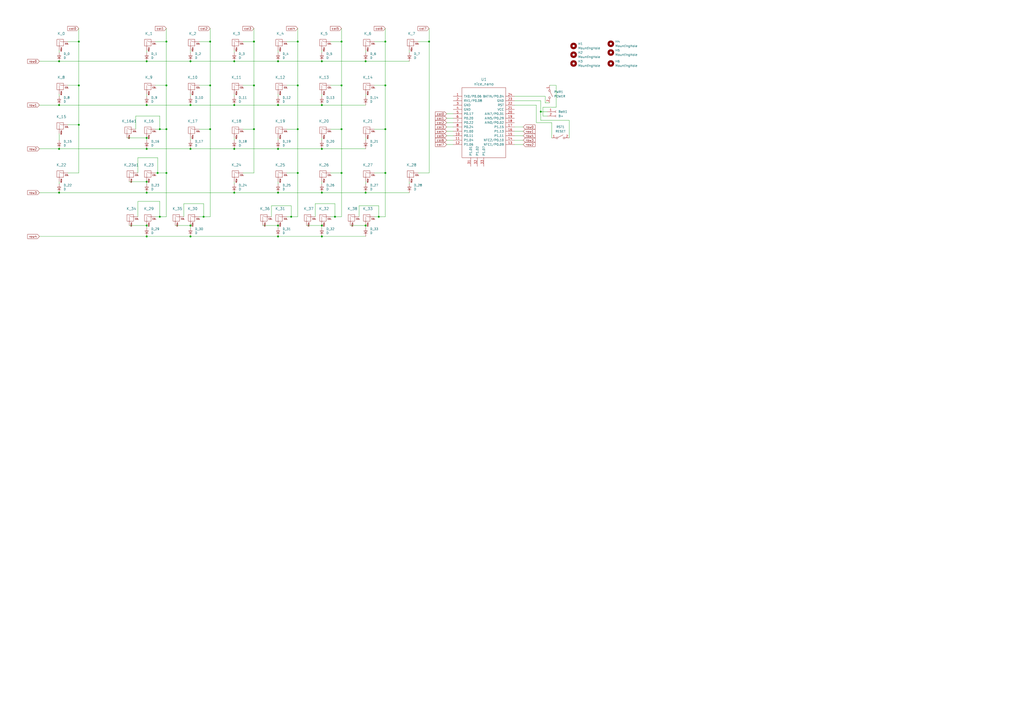
<source format=kicad_sch>
(kicad_sch (version 20231120) (generator "eeschema") (generator_version "8.0")
  (paper "A2")
  (lib_symbols
    (symbol "Connector:Conn_01x02_Socket" (pin_names (offset 1.016) hide)
      (property "Reference" "J" (at 0 2.54 0))
      (property "Value" "Conn_01x02_Socket" (at 0 -5.08 0))
      (symbol "Conn_01x02_Socket_1_1"
        (arc (start 0 -2.032) (mid -0.5058 -2.54) (end 0 -3.048) (stroke (width 0.1524)))
        (polyline (pts (xy -1.27 -2.54) (xy -0.508 -2.54)) (stroke (width 0.1524)))
        (polyline (pts (xy -1.27 0) (xy -0.508 0)) (stroke (width 0.1524)))
        (arc (start 0 0.508) (mid -0.5058 0) (end 0 -0.508) (stroke (width 0.1524)))
        (pin passive line (at -5.08 0 0) (length 3.81) (name "Pin_1") (number "1"))
        (pin passive line (at -5.08 -2.54 0) (length 3.81) (name "Pin_2") (number "2"))
      )
    )
    (symbol "MX_Alps_Hybrid:MX-NoLED" (pin_names (offset 1.016))
      (property "Reference" "MX" (at -0.635 3.81 0))
      (property "Value" "MX-NoLED" (at -0.635 1.27 0))
      (symbol "MX-NoLED_0_0"
        (rectangle (start -2.54 2.54) (end 1.27 -1.27))
        (polyline (pts (xy -1.27 -1.27) (xy -1.27 1.27)) (stroke (width 0.127)))
        (polyline (pts (xy 1.27 1.27) (xy 0 1.27) (xy -1.27 1.905)) (stroke (width 0.127)))
        (text "COL" (at 3.175 0 0) (effects (font (size 0.762 0.762))))
        (text "ROW" (at 0 -1.905 900) (effects (font (size 0.762 0.762)) (justify right)))
      )
      (symbol "MX-NoLED_1_1"
        (pin passive line (at 3.81 1.27 180) (length 2.54) (name "COL") (number "1"))
        (pin passive line (at -1.27 -3.81 90) (length 2.54) (name "ROW") (number "2"))
      )
    )
    (symbol "Mechanical:MountingHole" (pin_names (offset 1.016)) (exclude_from_sim yes) (in_bom no)
      (property "Reference" "H" (at 0 5.08 0))
      (property "Value" "MountingHole" (at 0 3.175 0))
      (symbol "MountingHole_0_1"
        (circle (center 0 0) (radius 1.27) (stroke (width 1.27)))
      )
    )
    (symbol "Switch:SW_SPST" (pin_names (offset 0) hide)
      (property "Reference" "SW" (at 0 3.175 0))
      (property "Value" "SW_SPST" (at 0 -2.54 0))
      (symbol "SW_SPST_0_0"
        (circle (center -2.032 0) (radius 0.508))
        (polyline (pts (xy -1.524 0.254) (xy 1.524 1.778)))
        (circle (center 2.032 0) (radius 0.508))
      )
      (symbol "SW_SPST_1_1"
        (pin passive line (at -5.08 0 0) (length 2.54) (name "A") (number "1"))
        (pin passive line (at 5.08 0 180) (length 2.54) (name "B") (number "2"))
      )
    )
    (symbol "keyboard-rescue:D_Small-Device" (pin_numbers hide) (pin_names (offset 0.254) hide)
      (property "Reference" "D" (at -1.27 2.032 0))
      (property "Value" "Device_D_Small" (at -3.81 -2.032 0))
      (symbol "D_Small-Device_0_1"
        (polyline (pts (xy -0.762 -1.016) (xy -0.762 1.016)))
        (polyline (pts (xy -0.762 0) (xy 0.762 0)))
        (polyline (pts (xy 0.762 -1.016) (xy -0.762 0) (xy 0.762 1.016) (xy 0.762 -1.016)))
      )
      (symbol "D_Small-Device_1_1"
        (pin passive line (at -2.54 0 0) (length 1.778) (name "K") (number "1"))
        (pin passive line (at 2.54 0 180) (length 1.778) (name "A") (number "2"))
      )
    )
    (symbol "nice_nano:nice_nano" (pin_names (offset 1.016))
      (property "Reference" "U" (at 0 0 0))
      (property "Value" "nice_nano" (at 0 2.54 0))
      (symbol "nice_nano_0_1"
        (rectangle (start -12.7 -21.59) (end 12.7 19.05))
      )
      (symbol "nice_nano_1_1"
        (pin input line (at -17.78 13.97 0) (length 5.08) (name "TX0/P0.06") (number "1"))
        (pin input line (at -17.78 -8.89 0) (length 5.08) (name "P0.11") (number "10"))
        (pin input line (at -17.78 -11.43 0) (length 5.08) (name "P1.04") (number "11"))
        (pin input line (at -17.78 -13.97 0) (length 5.08) (name "P1.06") (number "12"))
        (pin input line (at 17.78 -13.97 180) (length 5.08) (name "NFC1/P0.09") (number "13"))
        (pin input line (at 17.78 -11.43 180) (length 5.08) (name "NFC2/P0.10") (number "14"))
        (pin input line (at 17.78 -8.89 180) (length 5.08) (name "P1.11") (number "15"))
        (pin input line (at 17.78 -6.35 180) (length 5.08) (name "P1.13") (number "16"))
        (pin input line (at 17.78 -3.81 180) (length 5.08) (name "P1.15") (number "17"))
        (pin input line (at 17.78 -1.27 180) (length 5.08) (name "AIN0/P0.02") (number "18"))
        (pin input line (at 17.78 1.27 180) (length 5.08) (name "AIN5/P0.29") (number "19"))
        (pin input line (at -17.78 11.43 0) (length 5.08) (name "RX1/P0.08") (number "2"))
        (pin input line (at 17.78 3.81 180) (length 5.08) (name "AIN7/P0.31") (number "20"))
        (pin input line (at 17.78 6.35 180) (length 5.08) (name "VCC") (number "21"))
        (pin input line (at 17.78 8.89 180) (length 5.08) (name "RST") (number "22"))
        (pin input line (at 17.78 11.43 180) (length 5.08) (name "GND") (number "23"))
        (pin input line (at 17.78 13.97 180) (length 5.08) (name "BATIN/P0.04") (number "24"))
        (pin input line (at -17.78 8.89 0) (length 5.08) (name "GND") (number "3"))
        (pin input line (at -7.62 -26.67 90) (length 5.08) (name "P1.01") (number "31"))
        (pin input line (at -3.81 -26.67 90) (length 5.08) (name "P1.02") (number "32"))
        (pin input line (at 0 -26.67 90) (length 5.08) (name "P1.07") (number "33"))
        (pin input line (at -17.78 6.35 0) (length 5.08) (name "GND") (number "4"))
        (pin input line (at -17.78 3.81 0) (length 5.08) (name "P0.17") (number "5"))
        (pin input line (at -17.78 1.27 0) (length 5.08) (name "P0.20") (number "6"))
        (pin input line (at -17.78 -1.27 0) (length 5.08) (name "P0.22") (number "7"))
        (pin input line (at -17.78 -3.81 0) (length 5.08) (name "P0.24") (number "8"))
        (pin input line (at -17.78 -6.35 0) (length 5.08) (name "P1.00") (number "9"))
      )
    )
  )
  (junction (at 194.31 125.73))
  (junction (at 198.12 24.13))
  (junction (at 223.52 74.93))
  (junction (at 96.52 100.33))
  (junction (at 212.09 111.76))
  (junction (at 91.44 100.33))
  (junction (at 161.29 130.81))
  (junction (at 147.32 49.53))
  (junction (at 212.09 35.56))
  (junction (at 45.72 49.53))
  (junction (at 186.69 137.16))
  (junction (at 172.72 100.33))
  (junction (at 135.89 86.36))
  (junction (at 186.69 35.56))
  (junction (at 198.12 74.93))
  (junction (at 161.29 137.16))
  (junction (at 110.49 130.81))
  (junction (at 96.52 49.53))
  (junction (at 34.29 35.56))
  (junction (at 121.92 74.93))
  (junction (at 223.52 49.53))
  (junction (at 168.91 125.73))
  (junction (at 248.92 24.13))
  (junction (at 135.89 35.56))
  (junction (at 85.09 130.81))
  (junction (at 92.71 125.73))
  (junction (at 223.52 100.33))
  (junction (at 161.29 86.36))
  (junction (at 45.72 24.13))
  (junction (at 219.71 125.73))
  (junction (at 172.72 49.53))
  (junction (at 96.52 74.93))
  (junction (at 85.09 80.01))
  (junction (at 85.09 35.56))
  (junction (at 135.89 111.76))
  (junction (at 186.69 130.81))
  (junction (at 110.49 60.96))
  (junction (at 212.09 130.81))
  (junction (at 92.71 74.93))
  (junction (at 313.69 64.77))
  (junction (at 96.52 24.13))
  (junction (at 172.72 74.93))
  (junction (at 34.29 111.76))
  (junction (at 34.29 60.96))
  (junction (at 118.11 125.73))
  (junction (at 186.69 111.76))
  (junction (at 223.52 24.13))
  (junction (at 186.69 60.96))
  (junction (at 161.29 35.56))
  (junction (at 121.92 24.13))
  (junction (at 135.89 60.96))
  (junction (at 161.29 60.96))
  (junction (at 121.92 49.53))
  (junction (at 198.12 49.53))
  (junction (at 34.29 86.36))
  (junction (at 110.49 35.56))
  (junction (at 85.09 86.36))
  (junction (at 172.72 24.13))
  (junction (at 147.32 74.93))
  (junction (at 85.09 111.76))
  (junction (at 161.29 111.76))
  (junction (at 45.72 72.39))
  (junction (at 198.12 100.33))
  (junction (at 186.69 86.36))
  (junction (at 85.09 60.96))
  (junction (at 110.49 137.16))
  (junction (at 147.32 24.13))
  (junction (at 110.49 86.36))
  (junction (at 85.09 137.16))
  (junction (at 85.09 105.41))
  (wire (pts (xy 186.69 54.61) (xy 186.69 55.88)))
  (wire (pts (xy 259.08 81.28) (xy 262.89 81.28)))
  (wire (pts (xy 212.09 130.81) (xy 212.09 132.08)))
  (wire (pts (xy 311.15 60.96) (xy 298.45 60.96)))
  (wire (pts (xy 121.92 125.73) (xy 121.92 74.93)))
  (wire (pts (xy 140.97 74.93) (xy 147.32 74.93)))
  (wire (pts (xy 298.45 73.66) (xy 303.53 73.66)))
  (wire (pts (xy 191.77 100.33) (xy 198.12 100.33)))
  (wire (pts (xy 172.72 125.73) (xy 172.72 100.33)))
  (wire (pts (xy 177.8 130.81) (xy 186.69 130.81)))
  (wire (pts (xy 198.12 16.51) (xy 198.12 24.13)))
  (wire (pts (xy 219.71 119.38) (xy 208.28 119.38)))
  (wire (pts (xy 172.72 74.93) (xy 172.72 49.53)))
  (wire (pts (xy 259.08 66.04) (xy 262.89 66.04)))
  (wire (pts (xy 298.45 55.88) (xy 316.23 55.88)))
  (wire (pts (xy 191.77 74.93) (xy 198.12 74.93)))
  (wire (pts (xy 39.37 72.39) (xy 45.72 72.39)))
  (wire (pts (xy 110.49 80.01) (xy 110.49 81.28)))
  (wire (pts (xy 110.49 86.36) (xy 135.89 86.36)))
  (wire (pts (xy 118.11 125.73) (xy 121.92 125.73)))
  (wire (pts (xy 22.86 111.76) (xy 34.29 111.76)))
  (wire (pts (xy 259.08 68.58) (xy 262.89 68.58)))
  (wire (pts (xy 157.48 119.38) (xy 157.48 125.73)))
  (wire (pts (xy 166.37 49.53) (xy 172.72 49.53)))
  (wire (pts (xy 92.71 74.93) (xy 96.52 74.93)))
  (wire (pts (xy 223.52 16.51) (xy 223.52 24.13)))
  (wire (pts (xy 314.96 62.23) (xy 322.58 62.23)))
  (wire (pts (xy 92.71 67.31) (xy 78.74 67.31)))
  (wire (pts (xy 313.69 58.42) (xy 313.69 64.77)))
  (wire (pts (xy 34.29 111.76) (xy 85.09 111.76)))
  (wire (pts (xy 161.29 105.41) (xy 161.29 106.68)))
  (wire (pts (xy 191.77 24.13) (xy 198.12 24.13)))
  (wire (pts (xy 110.49 60.96) (xy 135.89 60.96)))
  (wire (pts (xy 92.71 74.93) (xy 92.71 67.31)))
  (wire (pts (xy 172.72 16.51) (xy 172.72 24.13)))
  (wire (pts (xy 90.17 125.73) (xy 92.71 125.73)))
  (wire (pts (xy 147.32 24.13) (xy 147.32 49.53)))
  (wire (pts (xy 198.12 74.93) (xy 198.12 49.53)))
  (wire (pts (xy 85.09 29.21) (xy 85.09 30.48)))
  (wire (pts (xy 85.09 130.81) (xy 85.09 132.08)))
  (wire (pts (xy 212.09 29.21) (xy 212.09 30.48)))
  (wire (pts (xy 45.72 16.51) (xy 45.72 24.13)))
  (wire (pts (xy 330.2 69.85) (xy 313.69 69.85)))
  (wire (pts (xy 322.58 49.53) (xy 322.58 62.23)))
  (wire (pts (xy 166.37 100.33) (xy 172.72 100.33)))
  (wire (pts (xy 22.86 137.16) (xy 85.09 137.16)))
  (wire (pts (xy 217.17 24.13) (xy 223.52 24.13)))
  (wire (pts (xy 248.92 16.51) (xy 248.92 24.13)))
  (wire (pts (xy 242.57 24.13) (xy 248.92 24.13)))
  (wire (pts (xy 85.09 111.76) (xy 135.89 111.76)))
  (wire (pts (xy 198.12 24.13) (xy 198.12 49.53)))
  (wire (pts (xy 22.86 86.36) (xy 34.29 86.36)))
  (wire (pts (xy 135.89 86.36) (xy 161.29 86.36)))
  (wire (pts (xy 313.69 64.77) (xy 317.5 64.77)))
  (wire (pts (xy 80.01 116.84) (xy 80.01 125.73)))
  (wire (pts (xy 161.29 86.36) (xy 186.69 86.36)))
  (wire (pts (xy 135.89 54.61) (xy 135.89 55.88)))
  (wire (pts (xy 166.37 24.13) (xy 172.72 24.13)))
  (wire (pts (xy 223.52 24.13) (xy 223.52 49.53)))
  (wire (pts (xy 237.49 105.41) (xy 237.49 106.68)))
  (wire (pts (xy 259.08 73.66) (xy 262.89 73.66)))
  (wire (pts (xy 168.91 125.73) (xy 168.91 119.38)))
  (wire (pts (xy 259.08 76.2) (xy 262.89 76.2)))
  (wire (pts (xy 219.71 125.73) (xy 219.71 119.38)))
  (wire (pts (xy 212.09 35.56) (xy 237.49 35.56)))
  (wire (pts (xy 45.72 72.39) (xy 45.72 49.53)))
  (wire (pts (xy 194.31 118.11) (xy 182.88 118.11)))
  (wire (pts (xy 78.74 67.31) (xy 78.74 74.93)))
  (wire (pts (xy 172.72 24.13) (xy 172.72 49.53)))
  (wire (pts (xy 208.28 119.38) (xy 208.28 125.73)))
  (wire (pts (xy 121.92 74.93) (xy 121.92 49.53)))
  (wire (pts (xy 311.15 71.12) (xy 311.15 60.96)))
  (wire (pts (xy 212.09 54.61) (xy 212.09 55.88)))
  (wire (pts (xy 147.32 16.51) (xy 147.32 24.13)))
  (wire (pts (xy 110.49 35.56) (xy 135.89 35.56)))
  (wire (pts (xy 118.11 118.11) (xy 106.68 118.11)))
  (wire (pts (xy 212.09 105.41) (xy 212.09 106.68)))
  (wire (pts (xy 34.29 29.21) (xy 34.29 30.48)))
  (wire (pts (xy 135.89 105.41) (xy 135.89 106.68)))
  (wire (pts (xy 318.77 59.69) (xy 316.23 59.69)))
  (wire (pts (xy 313.69 64.77) (xy 313.69 69.85)))
  (wire (pts (xy 115.57 49.53) (xy 121.92 49.53)))
  (wire (pts (xy 90.17 24.13) (xy 96.52 24.13)))
  (wire (pts (xy 194.31 125.73) (xy 194.31 118.11)))
  (wire (pts (xy 85.09 60.96) (xy 110.49 60.96)))
  (wire (pts (xy 115.57 125.73) (xy 118.11 125.73)))
  (wire (pts (xy 259.08 83.82) (xy 262.89 83.82)))
  (wire (pts (xy 203.2 130.81) (xy 212.09 130.81)))
  (wire (pts (xy 223.52 100.33) (xy 223.52 74.93)))
  (wire (pts (xy 161.29 80.01) (xy 161.29 81.28)))
  (wire (pts (xy 161.29 29.21) (xy 161.29 30.48)))
  (wire (pts (xy 96.52 74.93) (xy 96.52 49.53)))
  (wire (pts (xy 194.31 125.73) (xy 198.12 125.73)))
  (wire (pts (xy 168.91 125.73) (xy 172.72 125.73)))
  (wire (pts (xy 140.97 24.13) (xy 147.32 24.13)))
  (wire (pts (xy 161.29 130.81) (xy 161.29 132.08)))
  (wire (pts (xy 110.49 54.61) (xy 110.49 55.88)))
  (wire (pts (xy 198.12 125.73) (xy 198.12 100.33)))
  (wire (pts (xy 39.37 49.53) (xy 45.72 49.53)))
  (wire (pts (xy 313.69 58.42) (xy 298.45 58.42)))
  (wire (pts (xy 186.69 60.96) (xy 212.09 60.96)))
  (wire (pts (xy 298.45 83.82) (xy 303.53 83.82)))
  (wire (pts (xy 34.29 77.47) (xy 34.29 81.28)))
  (wire (pts (xy 191.77 49.53) (xy 198.12 49.53)))
  (wire (pts (xy 147.32 100.33) (xy 147.32 74.93)))
  (wire (pts (xy 186.69 35.56) (xy 212.09 35.56)))
  (wire (pts (xy 186.69 29.21) (xy 186.69 30.48)))
  (wire (pts (xy 22.86 35.56) (xy 34.29 35.56)))
  (wire (pts (xy 115.57 74.93) (xy 121.92 74.93)))
  (wire (pts (xy 191.77 125.73) (xy 194.31 125.73)))
  (wire (pts (xy 34.29 54.61) (xy 34.29 55.88)))
  (wire (pts (xy 92.71 116.84) (xy 80.01 116.84)))
  (wire (pts (xy 90.17 49.53) (xy 96.52 49.53)))
  (wire (pts (xy 320.04 80.01) (xy 320.04 71.12)))
  (wire (pts (xy 135.89 80.01) (xy 135.89 81.28)))
  (wire (pts (xy 166.37 125.73) (xy 168.91 125.73)))
  (wire (pts (xy 90.17 74.93) (xy 92.71 74.93)))
  (wire (pts (xy 212.09 80.01) (xy 212.09 81.28)))
  (wire (pts (xy 45.72 24.13) (xy 45.72 49.53)))
  (wire (pts (xy 121.92 24.13) (xy 121.92 49.53)))
  (wire (pts (xy 101.6 130.81) (xy 110.49 130.81)))
  (wire (pts (xy 219.71 125.73) (xy 223.52 125.73)))
  (wire (pts (xy 186.69 137.16) (xy 212.09 137.16)))
  (wire (pts (xy 259.08 71.12) (xy 262.89 71.12)))
  (wire (pts (xy 90.17 100.33) (xy 91.44 100.33)))
  (wire (pts (xy 147.32 74.93) (xy 147.32 49.53)))
  (wire (pts (xy 314.96 62.23) (xy 314.96 67.31)))
  (wire (pts (xy 135.89 29.21) (xy 135.89 30.48)))
  (wire (pts (xy 161.29 137.16) (xy 186.69 137.16)))
  (wire (pts (xy 22.86 60.96) (xy 34.29 60.96)))
  (wire (pts (xy 186.69 111.76) (xy 212.09 111.76)))
  (wire (pts (xy 121.92 16.51) (xy 121.92 24.13)))
  (wire (pts (xy 106.68 118.11) (xy 106.68 125.73)))
  (wire (pts (xy 135.89 35.56) (xy 161.29 35.56)))
  (wire (pts (xy 248.92 24.13) (xy 248.92 100.33)))
  (wire (pts (xy 212.09 111.76) (xy 237.49 111.76)))
  (wire (pts (xy 110.49 130.81) (xy 110.49 132.08)))
  (wire (pts (xy 45.72 72.39) (xy 45.72 100.33)))
  (wire (pts (xy 118.11 125.73) (xy 118.11 118.11)))
  (wire (pts (xy 217.17 100.33) (xy 223.52 100.33)))
  (wire (pts (xy 217.17 49.53) (xy 223.52 49.53)))
  (wire (pts (xy 85.09 137.16) (xy 110.49 137.16)))
  (wire (pts (xy 186.69 105.41) (xy 186.69 106.68)))
  (wire (pts (xy 135.89 60.96) (xy 161.29 60.96)))
  (wire (pts (xy 135.89 111.76) (xy 161.29 111.76)))
  (wire (pts (xy 91.44 100.33) (xy 96.52 100.33)))
  (wire (pts (xy 161.29 111.76) (xy 186.69 111.76)))
  (wire (pts (xy 298.45 76.2) (xy 303.53 76.2)))
  (wire (pts (xy 96.52 100.33) (xy 96.52 74.93)))
  (wire (pts (xy 298.45 81.28) (xy 303.53 81.28)))
  (wire (pts (xy 91.44 100.33) (xy 91.44 91.44)))
  (wire (pts (xy 140.97 100.33) (xy 147.32 100.33)))
  (wire (pts (xy 85.09 86.36) (xy 110.49 86.36)))
  (wire (pts (xy 92.71 125.73) (xy 92.71 116.84)))
  (wire (pts (xy 80.01 91.44) (xy 80.01 100.33)))
  (wire (pts (xy 74.93 105.41) (xy 85.09 105.41)))
  (wire (pts (xy 186.69 130.81) (xy 186.69 132.08)))
  (wire (pts (xy 314.96 67.31) (xy 317.5 67.31)))
  (wire (pts (xy 34.29 35.56) (xy 85.09 35.56)))
  (wire (pts (xy 186.69 86.36) (xy 212.09 86.36)))
  (wire (pts (xy 161.29 60.96) (xy 186.69 60.96)))
  (wire (pts (xy 85.09 80.01) (xy 85.09 81.28)))
  (wire (pts (xy 161.29 54.61) (xy 161.29 55.88)))
  (wire (pts (xy 217.17 125.73) (xy 219.71 125.73)))
  (wire (pts (xy 217.17 74.93) (xy 223.52 74.93)))
  (wire (pts (xy 96.52 125.73) (xy 96.52 100.33)))
  (wire (pts (xy 182.88 118.11) (xy 182.88 125.73)))
  (wire (pts (xy 186.69 80.01) (xy 186.69 81.28)))
  (wire (pts (xy 73.66 80.01) (xy 85.09 80.01)))
  (wire (pts (xy 115.57 24.13) (xy 121.92 24.13)))
  (wire (pts (xy 242.57 100.33) (xy 248.92 100.33)))
  (wire (pts (xy 96.52 16.51) (xy 96.52 24.13)))
  (wire (pts (xy 316.23 59.69) (xy 316.23 55.88)))
  (wire (pts (xy 110.49 29.21) (xy 110.49 30.48)))
  (wire (pts (xy 110.49 137.16) (xy 161.29 137.16)))
  (wire (pts (xy 168.91 119.38) (xy 157.48 119.38)))
  (wire (pts (xy 259.08 78.74) (xy 262.89 78.74)))
  (wire (pts (xy 85.09 35.56) (xy 110.49 35.56)))
  (wire (pts (xy 223.52 125.73) (xy 223.52 100.33)))
  (wire (pts (xy 34.29 86.36) (xy 85.09 86.36)))
  (wire (pts (xy 39.37 100.33) (xy 45.72 100.33)))
  (wire (pts (xy 166.37 74.93) (xy 172.72 74.93)))
  (wire (pts (xy 96.52 24.13) (xy 96.52 49.53)))
  (wire (pts (xy 74.93 130.81) (xy 85.09 130.81)))
  (wire (pts (xy 85.09 54.61) (xy 85.09 55.88)))
  (wire (pts (xy 92.71 125.73) (xy 96.52 125.73)))
  (wire (pts (xy 172.72 100.33) (xy 172.72 74.93)))
  (wire (pts (xy 198.12 100.33) (xy 198.12 74.93)))
  (wire (pts (xy 140.97 49.53) (xy 147.32 49.53)))
  (wire (pts (xy 320.04 71.12) (xy 311.15 71.12)))
  (wire (pts (xy 330.2 80.01) (xy 330.2 69.85)))
  (wire (pts (xy 298.45 78.74) (xy 303.53 78.74)))
  (wire (pts (xy 223.52 74.93) (xy 223.52 49.53)))
  (wire (pts (xy 161.29 35.56) (xy 186.69 35.56)))
  (wire (pts (xy 91.44 91.44) (xy 80.01 91.44)))
  (wire (pts (xy 85.09 105.41) (xy 85.09 106.68)))
  (wire (pts (xy 34.29 105.41) (xy 34.29 106.68)))
  (wire (pts (xy 237.49 29.21) (xy 237.49 30.48)))
  (wire (pts (xy 39.37 24.13) (xy 45.72 24.13)))
  (wire (pts (xy 318.77 49.53) (xy 322.58 49.53)))
  (wire (pts (xy 34.29 60.96) (xy 85.09 60.96)))
  (wire (pts (xy 152.4 130.81) (xy 161.29 130.81)))
  (global_label "col3" (shape input) (at 147.32 16.51 180) (property "Intersheetrefs" "${INTERSHEET_REFS}" (effects (hide yes))))
  (global_label "col2" (shape input) (at 121.92 16.51 180) (property "Intersheetrefs" "${INTERSHEET_REFS}" (effects (hide yes))))
  (global_label "col5" (shape input) (at 198.12 16.51 180) (property "Intersheetrefs" "${INTERSHEET_REFS}" (effects (hide yes))))
  (global_label "col2" (shape input) (at 259.08 71.12 180) (property "Intersheetrefs" "${INTERSHEET_REFS}" (effects (hide yes))))
  (global_label "row1" (shape input) (at 22.86 60.96 180) (property "Intersheetrefs" "${INTERSHEET_REFS}" (effects (hide yes))))
  (global_label "row4" (shape input) (at 22.86 137.16 180) (property "Intersheetrefs" "${INTERSHEET_REFS}" (effects (hide yes))))
  (global_label "col6" (shape input) (at 259.08 81.28 180) (property "Intersheetrefs" "${INTERSHEET_REFS}" (effects (hide yes))))
  (global_label "row2" (shape input) (at 22.86 86.36 180) (property "Intersheetrefs" "${INTERSHEET_REFS}" (effects (hide yes))))
  (global_label "col7" (shape input) (at 248.92 16.51 180) (property "Intersheetrefs" "${INTERSHEET_REFS}" (effects (hide yes))))
  (global_label "col6" (shape input) (at 223.52 16.51 180) (property "Intersheetrefs" "${INTERSHEET_REFS}" (effects (hide yes))))
  (global_label "col4" (shape input) (at 172.72 16.51 180) (property "Intersheetrefs" "${INTERSHEET_REFS}" (effects (hide yes))))
  (global_label "col3" (shape input) (at 259.08 73.66 180) (property "Intersheetrefs" "${INTERSHEET_REFS}" (effects (hide yes))))
  (global_label "row0" (shape input) (at 22.86 35.56 180) (property "Intersheetrefs" "${INTERSHEET_REFS}" (effects (hide yes))))
  (global_label "col0" (shape input) (at 45.72 16.51 180) (property "Intersheetrefs" "${INTERSHEET_REFS}" (effects (hide yes))))
  (global_label "col1" (shape input) (at 259.08 68.58 180) (property "Intersheetrefs" "${INTERSHEET_REFS}" (effects (hide yes))))
  (global_label "row1" (shape input) (at 303.53 76.2 0) (property "Intersheetrefs" "${INTERSHEET_REFS}" (effects (hide yes))))
  (global_label "row4" (shape input) (at 303.53 78.74 0) (property "Intersheetrefs" "${INTERSHEET_REFS}" (effects (hide yes))))
  (global_label "row3" (shape input) (at 303.53 81.28 0) (property "Intersheetrefs" "${INTERSHEET_REFS}" (effects (hide yes))))
  (global_label "col1" (shape input) (at 96.52 16.51 180) (property "Intersheetrefs" "${INTERSHEET_REFS}" (effects (hide yes))))
  (global_label "row2" (shape input) (at 303.53 83.82 0) (property "Intersheetrefs" "${INTERSHEET_REFS}" (effects (hide yes))))
  (global_label "col4" (shape input) (at 259.08 76.2 180) (property "Intersheetrefs" "${INTERSHEET_REFS}" (effects (hide yes))))
  (global_label "row3" (shape input) (at 22.86 111.76 180) (property "Intersheetrefs" "${INTERSHEET_REFS}" (effects (hide yes))))
  (global_label "row0" (shape input) (at 303.53 73.66 0) (property "Intersheetrefs" "${INTERSHEET_REFS}" (effects (hide yes))))
  (global_label "col5" (shape input) (at 259.08 78.74 180) (property "Intersheetrefs" "${INTERSHEET_REFS}" (effects (hide yes))))
  (global_label "col0" (shape input) (at 259.08 66.04 180) (property "Intersheetrefs" "${INTERSHEET_REFS}" (effects (hide yes))))
  (global_label "col7" (shape input) (at 259.08 83.82 180) (property "Intersheetrefs" "${INTERSHEET_REFS}" (effects (hide yes))))
  (symbol (lib_id "MX_Alps_Hybrid:MX-NoLED") (at 35.56 25.4 0) (unit 1)
    (property "Reference" "K_0" (at 35.56 19.4818 0) (effects (font (size 1.524 1.524))))
    (property "Value" "KEYSW" (effects (hide yes)))
    (property "Footprint" "cb:Choc-MX-19mm-1u" (effects (hide yes)))
  )
  (symbol (lib_id "keyboard-rescue:D_Small-Device") (at 85.09 33.02 90) (unit 1)
    (property "Reference" "D_1" (at 87.63 31.242 90) (effects (justify right)))
    (property "Value" "D" (at 87.63 33.528 90) (effects (justify right)))
    (property "Footprint" "ScottoKeebs_Components:Diode_DO-35" (effects (hide yes)))
  )
  (symbol (lib_id "MX_Alps_Hybrid:MX-NoLED") (at 86.36 25.4 0) (unit 1)
    (property "Reference" "K_1" (at 86.36 19.4818 0) (effects (font (size 1.524 1.524))))
    (property "Value" "KEYSW" (effects (hide yes)))
    (property "Footprint" "cb:Choc-MX-19mm-1u" (effects (hide yes)))
  )
  (symbol (lib_id "keyboard-rescue:D_Small-Device") (at 110.49 33.02 90) (unit 1)
    (property "Reference" "D_2" (at 113.03 31.242 90) (effects (justify right)))
    (property "Value" "D" (at 113.03 33.528 90) (effects (justify right)))
    (property "Footprint" "ScottoKeebs_Components:Diode_DO-35" (effects (hide yes)))
  )
  (symbol (lib_id "MX_Alps_Hybrid:MX-NoLED") (at 111.76 25.4 0) (unit 1)
    (property "Reference" "K_2" (at 111.76 19.4818 0) (effects (font (size 1.524 1.524))))
    (property "Value" "KEYSW" (effects (hide yes)))
    (property "Footprint" "cb:Choc-MX-19mm-1u" (effects (hide yes)))
  )
  (symbol (lib_id "keyboard-rescue:D_Small-Device") (at 135.89 33.02 90) (unit 1)
    (property "Reference" "D_3" (at 138.43 31.242 90) (effects (justify right)))
    (property "Value" "D" (at 138.43 33.528 90) (effects (justify right)))
    (property "Footprint" "ScottoKeebs_Components:Diode_DO-35" (effects (hide yes)))
  )
  (symbol (lib_id "MX_Alps_Hybrid:MX-NoLED") (at 137.16 25.4 0) (unit 1)
    (property "Reference" "K_3" (at 137.16 19.4818 0) (effects (font (size 1.524 1.524))))
    (property "Value" "KEYSW" (effects (hide yes)))
    (property "Footprint" "cb:Choc-MX-19mm-1u" (effects (hide yes)))
  )
  (symbol (lib_id "keyboard-rescue:D_Small-Device") (at 161.29 33.02 90) (unit 1)
    (property "Reference" "D_4" (at 163.83 31.242 90) (effects (justify right)))
    (property "Value" "D" (at 163.83 33.528 90) (effects (justify right)))
    (property "Footprint" "ScottoKeebs_Components:Diode_DO-35" (effects (hide yes)))
  )
  (symbol (lib_id "MX_Alps_Hybrid:MX-NoLED") (at 162.56 25.4 0) (unit 1)
    (property "Reference" "K_4" (at 162.56 19.4818 0) (effects (font (size 1.524 1.524))))
    (property "Value" "KEYSW" (effects (hide yes)))
    (property "Footprint" "cb:Choc-MX-19mm-1u" (effects (hide yes)))
  )
  (symbol (lib_id "keyboard-rescue:D_Small-Device") (at 186.69 33.02 90) (unit 1)
    (property "Reference" "D_5" (at 189.23 31.242 90) (effects (justify right)))
    (property "Value" "D" (at 189.23 33.528 90) (effects (justify right)))
    (property "Footprint" "ScottoKeebs_Components:Diode_DO-35" (effects (hide yes)))
  )
  (symbol (lib_id "MX_Alps_Hybrid:MX-NoLED") (at 187.96 25.4 0) (unit 1)
    (property "Reference" "K_5" (at 187.96 19.4818 0) (effects (font (size 1.524 1.524))))
    (property "Value" "KEYSW" (effects (hide yes)))
    (property "Footprint" "cb:Choc-MX-19mm-1u" (effects (hide yes)))
  )
  (symbol (lib_id "keyboard-rescue:D_Small-Device") (at 212.09 33.02 90) (unit 1)
    (property "Reference" "D_6" (at 214.63 31.242 90) (effects (justify right)))
    (property "Value" "D" (at 214.63 33.528 90) (effects (justify right)))
    (property "Footprint" "ScottoKeebs_Components:Diode_DO-35" (effects (hide yes)))
  )
  (symbol (lib_id "MX_Alps_Hybrid:MX-NoLED") (at 213.36 25.4 0) (unit 1)
    (property "Reference" "K_6" (at 213.36 19.4818 0) (effects (font (size 1.524 1.524))))
    (property "Value" "KEYSW" (effects (hide yes)))
    (property "Footprint" "cb:Choc-MX-19mm-1u" (effects (hide yes)))
  )
  (symbol (lib_id "keyboard-rescue:D_Small-Device") (at 237.49 33.02 90) (unit 1)
    (property "Reference" "D_7" (at 240.03 31.242 90) (effects (justify right)))
    (property "Value" "D" (at 240.03 33.528 90) (effects (justify right)))
    (property "Footprint" "ScottoKeebs_Components:Diode_DO-35" (effects (hide yes)))
  )
  (symbol (lib_id "MX_Alps_Hybrid:MX-NoLED") (at 238.76 25.4 0) (unit 1)
    (property "Reference" "K_7" (at 238.76 19.4818 0) (effects (font (size 1.524 1.524))))
    (property "Value" "KEYSW" (effects (hide yes)))
    (property "Footprint" "cb:Choc-MX-19mm-1u" (effects (hide yes)))
  )
  (symbol (lib_id "keyboard-rescue:D_Small-Device") (at 34.29 58.42 90) (unit 1)
    (property "Reference" "D_8" (at 36.83 56.642 90) (effects (justify right)))
    (property "Value" "D" (at 36.83 58.928 90) (effects (justify right)))
    (property "Footprint" "ScottoKeebs_Components:Diode_DO-35" (effects (hide yes)))
  )
  (symbol (lib_id "MX_Alps_Hybrid:MX-NoLED") (at 35.56 50.8 0) (unit 1)
    (property "Reference" "K_8" (at 35.56 44.8818 0) (effects (font (size 1.524 1.524))))
    (property "Value" "KEYSW" (effects (hide yes)))
    (property "Footprint" "cb:Choc-MX-19mm-1u" (effects (hide yes)))
  )
  (symbol (lib_id "keyboard-rescue:D_Small-Device") (at 85.09 58.42 90) (unit 1)
    (property "Reference" "D_9" (at 87.63 56.642 90) (effects (justify right)))
    (property "Value" "D" (at 87.63 58.928 90) (effects (justify right)))
    (property "Footprint" "ScottoKeebs_Components:Diode_DO-35" (effects (hide yes)))
  )
  (symbol (lib_id "MX_Alps_Hybrid:MX-NoLED") (at 86.36 50.8 0) (unit 1)
    (property "Reference" "K_9" (at 86.36 44.8818 0) (effects (font (size 1.524 1.524))))
    (property "Value" "KEYSW" (effects (hide yes)))
    (property "Footprint" "cb:Choc-MX-19mm-1.5u" (effects (hide yes)))
  )
  (symbol (lib_id "keyboard-rescue:D_Small-Device") (at 110.49 58.42 90) (unit 1)
    (property "Reference" "D_10" (at 113.03 56.642 90) (effects (justify right)))
    (property "Value" "D" (at 113.03 58.928 90) (effects (justify right)))
    (property "Footprint" "ScottoKeebs_Components:Diode_DO-35" (effects (hide yes)))
  )
  (symbol (lib_id "MX_Alps_Hybrid:MX-NoLED") (at 111.76 50.8 0) (unit 1)
    (property "Reference" "K_10" (at 111.76 44.8818 0) (effects (font (size 1.524 1.524))))
    (property "Value" "KEYSW" (effects (hide yes)))
    (property "Footprint" "cb:Choc-MX-19mm-1u" (effects (hide yes)))
  )
  (symbol (lib_id "keyboard-rescue:D_Small-Device") (at 135.89 58.42 90) (unit 1)
    (property "Reference" "D_11" (at 138.43 56.642 90) (effects (justify right)))
    (property "Value" "D" (at 138.43 58.928 90) (effects (justify right)))
    (property "Footprint" "ScottoKeebs_Components:Diode_DO-35" (effects (hide yes)))
  )
  (symbol (lib_id "MX_Alps_Hybrid:MX-NoLED") (at 137.16 50.8 0) (unit 1)
    (property "Reference" "K_11" (at 137.16 44.8818 0) (effects (font (size 1.524 1.524))))
    (property "Value" "KEYSW" (effects (hide yes)))
    (property "Footprint" "cb:Choc-MX-19mm-1u" (effects (hide yes)))
  )
  (symbol (lib_id "keyboard-rescue:D_Small-Device") (at 161.29 58.42 90) (unit 1)
    (property "Reference" "D_12" (at 163.83 56.642 90) (effects (justify right)))
    (property "Value" "D" (at 163.83 58.928 90) (effects (justify right)))
    (property "Footprint" "ScottoKeebs_Components:Diode_DO-35" (effects (hide yes)))
  )
  (symbol (lib_id "MX_Alps_Hybrid:MX-NoLED") (at 162.56 50.8 0) (unit 1)
    (property "Reference" "K_12" (at 162.56 44.8818 0) (effects (font (size 1.524 1.524))))
    (property "Value" "KEYSW" (effects (hide yes)))
    (property "Footprint" "cb:Choc-MX-19mm-1u" (effects (hide yes)))
  )
  (symbol (lib_id "keyboard-rescue:D_Small-Device") (at 186.69 58.42 90) (unit 1)
    (property "Reference" "D_13" (at 189.23 56.642 90) (effects (justify right)))
    (property "Value" "D" (at 189.23 58.928 90) (effects (justify right)))
    (property "Footprint" "ScottoKeebs_Components:Diode_DO-35" (effects (hide yes)))
  )
  (symbol (lib_id "MX_Alps_Hybrid:MX-NoLED") (at 187.96 50.8 0) (unit 1)
    (property "Reference" "K_13" (at 187.96 44.8818 0) (effects (font (size 1.524 1.524))))
    (property "Value" "KEYSW" (effects (hide yes)))
    (property "Footprint" "cb:Choc-MX-19mm-1u" (effects (hide yes)))
  )
  (symbol (lib_id "keyboard-rescue:D_Small-Device") (at 212.09 58.42 90) (unit 1)
    (property "Reference" "D_14" (at 214.63 56.642 90) (effects (justify right)))
    (property "Value" "D" (at 214.63 58.928 90) (effects (justify right)))
    (property "Footprint" "ScottoKeebs_Components:Diode_DO-35" (effects (hide yes)))
  )
  (symbol (lib_id "MX_Alps_Hybrid:MX-NoLED") (at 213.36 50.8 0) (unit 1)
    (property "Reference" "K_14" (at 213.36 44.8818 0) (effects (font (size 1.524 1.524))))
    (property "Value" "KEYSW" (effects (hide yes)))
    (property "Footprint" "cb:Choc-MX-19mm-1u" (effects (hide yes)))
  )
  (symbol (lib_id "keyboard-rescue:D_Small-Device") (at 34.29 83.82 90) (unit 1)
    (property "Reference" "D_15" (at 36.83 82.042 90) (effects (justify right)))
    (property "Value" "D" (at 36.83 84.328 90) (effects (justify right)))
    (property "Footprint" "ScottoKeebs_Components:Diode_DO-35" (effects (hide yes)))
  )
  (symbol (lib_id "MX_Alps_Hybrid:MX-NoLED") (at 35.56 73.66 0) (unit 1)
    (property "Reference" "K_15" (at 35.56 67.7418 0) (effects (font (size 1.524 1.524))))
    (property "Value" "KEYSW" (effects (hide yes)))
    (property "Footprint" "cb:Choc-MX-19mm-1u" (effects (hide yes)))
  )
  (symbol (lib_id "keyboard-rescue:D_Small-Device") (at 85.09 83.82 90) (unit 1)
    (property "Reference" "D_16" (at 87.63 82.042 90) (effects (justify right)))
    (property "Value" "D" (at 87.63 84.328 90) (effects (justify right)))
    (property "Footprint" "ScottoKeebs_Components:Diode_DO-35" (effects (hide yes)))
  )
  (symbol (lib_id "MX_Alps_Hybrid:MX-NoLED") (at 86.36 76.2 0) (unit 1)
    (property "Reference" "K_16" (at 86.36 70.2818 0) (effects (font (size 1.524 1.524))))
    (property "Value" "KEYSW" (effects (hide yes)))
    (property "Footprint" "cb:Choc-MX-19mm-1.5u" (effects (hide yes)))
  )
  (symbol (lib_id "keyboard-rescue:D_Small-Device") (at 110.49 83.82 90) (unit 1)
    (property "Reference" "D_17" (at 113.03 82.042 90) (effects (justify right)))
    (property "Value" "D" (at 113.03 84.328 90) (effects (justify right)))
    (property "Footprint" "ScottoKeebs_Components:Diode_DO-35" (effects (hide yes)))
  )
  (symbol (lib_id "MX_Alps_Hybrid:MX-NoLED") (at 111.76 76.2 0) (unit 1)
    (property "Reference" "K_17" (at 111.76 70.2818 0) (effects (font (size 1.524 1.524))))
    (property "Value" "KEYSW" (effects (hide yes)))
    (property "Footprint" "cb:Choc-MX-19mm-1u" (effects (hide yes)))
  )
  (symbol (lib_id "keyboard-rescue:D_Small-Device") (at 135.89 83.82 90) (unit 1)
    (property "Reference" "D_18" (at 138.43 82.042 90) (effects (justify right)))
    (property "Value" "D" (at 138.43 84.328 90) (effects (justify right)))
    (property "Footprint" "ScottoKeebs_Components:Diode_DO-35" (effects (hide yes)))
  )
  (symbol (lib_id "MX_Alps_Hybrid:MX-NoLED") (at 137.16 76.2 0) (unit 1)
    (property "Reference" "K_18" (at 137.16 70.2818 0) (effects (font (size 1.524 1.524))))
    (property "Value" "KEYSW" (effects (hide yes)))
    (property "Footprint" "cb:Choc-MX-19mm-1u" (effects (hide yes)))
  )
  (symbol (lib_id "keyboard-rescue:D_Small-Device") (at 161.29 83.82 90) (unit 1)
    (property "Reference" "D_19" (at 163.83 82.042 90) (effects (justify right)))
    (property "Value" "D" (at 163.83 84.328 90) (effects (justify right)))
    (property "Footprint" "ScottoKeebs_Components:Diode_DO-35" (effects (hide yes)))
  )
  (symbol (lib_id "MX_Alps_Hybrid:MX-NoLED") (at 162.56 76.2 0) (unit 1)
    (property "Reference" "K_19" (at 162.56 70.2818 0) (effects (font (size 1.524 1.524))))
    (property "Value" "KEYSW" (effects (hide yes)))
    (property "Footprint" "cb:Choc-MX-19mm-1u" (effects (hide yes)))
  )
  (symbol (lib_id "keyboard-rescue:D_Small-Device") (at 186.69 83.82 90) (unit 1)
    (property "Reference" "D_20" (at 189.23 82.042 90) (effects (justify right)))
    (property "Value" "D" (at 189.23 84.328 90) (effects (justify right)))
    (property "Footprint" "ScottoKeebs_Components:Diode_DO-35" (effects (hide yes)))
  )
  (symbol (lib_id "MX_Alps_Hybrid:MX-NoLED") (at 187.96 76.2 0) (unit 1)
    (property "Reference" "K_20" (at 187.96 70.2818 0) (effects (font (size 1.524 1.524))))
    (property "Value" "KEYSW" (effects (hide yes)))
    (property "Footprint" "cb:Choc-MX-19mm-1u" (effects (hide yes)))
  )
  (symbol (lib_id "keyboard-rescue:D_Small-Device") (at 212.09 83.82 90) (unit 1)
    (property "Reference" "D_21" (at 214.63 82.042 90) (effects (justify right)))
    (property "Value" "D" (at 214.63 84.328 90) (effects (justify right)))
    (property "Footprint" "ScottoKeebs_Components:Diode_DO-35" (effects (hide yes)))
  )
  (symbol (lib_id "MX_Alps_Hybrid:MX-NoLED") (at 213.36 76.2 0) (unit 1)
    (property "Reference" "K_21" (at 213.36 70.2818 0) (effects (font (size 1.524 1.524))))
    (property "Value" "KEYSW" (effects (hide yes)))
    (property "Footprint" "cb:Choc-MX-19mm-1u" (effects (hide yes)))
  )
  (symbol (lib_id "keyboard-rescue:D_Small-Device") (at 34.29 109.22 90) (unit 1)
    (property "Reference" "D_22" (at 36.83 107.442 90) (effects (justify right)))
    (property "Value" "D" (at 36.83 109.728 90) (effects (justify right)))
    (property "Footprint" "ScottoKeebs_Components:Diode_DO-35" (effects (hide yes)))
  )
  (symbol (lib_id "MX_Alps_Hybrid:MX-NoLED") (at 35.56 101.6 0) (unit 1)
    (property "Reference" "K_22" (at 35.56 95.6818 0) (effects (font (size 1.524 1.524))))
    (property "Value" "KEYSW" (effects (hide yes)))
    (property "Footprint" "cb:Choc-MX-19mm-1u" (effects (hide yes)))
  )
  (symbol (lib_id "keyboard-rescue:D_Small-Device") (at 85.09 109.22 90) (unit 1)
    (property "Reference" "D_23" (at 87.63 107.442 90) (effects (justify right)))
    (property "Value" "D" (at 87.63 109.728 90) (effects (justify right)))
    (property "Footprint" "ScottoKeebs_Components:Diode_DO-35" (effects (hide yes)))
  )
  (symbol (lib_id "MX_Alps_Hybrid:MX-NoLED") (at 86.36 101.6 0) (unit 1)
    (property "Reference" "K_23" (at 86.36 95.6818 0) (effects (font (size 1.524 1.524))))
    (property "Value" "KEYSW" (effects (hide yes)))
    (property "Footprint" "cb:Choc-MX-19mm-1.5u" (effects (hide yes)))
  )
  (symbol (lib_id "keyboard-rescue:D_Small-Device") (at 135.89 109.22 90) (unit 1)
    (property "Reference" "D_24" (at 138.43 107.442 90) (effects (justify right)))
    (property "Value" "D" (at 138.43 109.728 90) (effects (justify right)))
    (property "Footprint" "ScottoKeebs_Components:Diode_DO-35" (effects (hide yes)))
  )
  (symbol (lib_id "MX_Alps_Hybrid:MX-NoLED") (at 137.16 101.6 0) (unit 1)
    (property "Reference" "K_24" (at 137.16 95.6818 0) (effects (font (size 1.524 1.524))))
    (property "Value" "KEYSW" (effects (hide yes)))
    (property "Footprint" "cb:Choc-MX-19mm-1u" (effects (hide yes)))
  )
  (symbol (lib_id "keyboard-rescue:D_Small-Device") (at 161.29 109.22 90) (unit 1)
    (property "Reference" "D_25" (at 163.83 107.442 90) (effects (justify right)))
    (property "Value" "D" (at 163.83 109.728 90) (effects (justify right)))
    (property "Footprint" "ScottoKeebs_Components:Diode_DO-35" (effects (hide yes)))
  )
  (symbol (lib_id "MX_Alps_Hybrid:MX-NoLED") (at 162.56 101.6 0) (unit 1)
    (property "Reference" "K_25" (at 162.56 95.6818 0) (effects (font (size 1.524 1.524))))
    (property "Value" "KEYSW" (effects (hide yes)))
    (property "Footprint" "cb:Choc-MX-19mm-1u" (effects (hide yes)))
  )
  (symbol (lib_id "keyboard-rescue:D_Small-Device") (at 186.69 109.22 90) (unit 1)
    (property "Reference" "D_26" (at 189.23 107.442 90) (effects (justify right)))
    (property "Value" "D" (at 189.23 109.728 90) (effects (justify right)))
    (property "Footprint" "ScottoKeebs_Components:Diode_DO-35" (effects (hide yes)))
  )
  (symbol (lib_id "MX_Alps_Hybrid:MX-NoLED") (at 187.96 101.6 0) (unit 1)
    (property "Reference" "K_26" (at 187.96 95.6818 0) (effects (font (size 1.524 1.524))))
    (property "Value" "KEYSW" (effects (hide yes)))
    (property "Footprint" "cb:Choc-MX-19mm-1u" (effects (hide yes)))
  )
  (symbol (lib_id "keyboard-rescue:D_Small-Device") (at 212.09 109.22 90) (unit 1)
    (property "Reference" "D_27" (at 214.63 107.442 90) (effects (justify right)))
    (property "Value" "D" (at 214.63 109.728 90) (effects (justify right)))
    (property "Footprint" "ScottoKeebs_Components:Diode_DO-35" (effects (hide yes)))
  )
  (symbol (lib_id "MX_Alps_Hybrid:MX-NoLED") (at 213.36 101.6 0) (unit 1)
    (property "Reference" "K_27" (at 213.36 95.6818 0) (effects (font (size 1.524 1.524))))
    (property "Value" "KEYSW" (effects (hide yes)))
    (property "Footprint" "cb:Choc-MX-19mm-1u" (effects (hide yes)))
  )
  (symbol (lib_id "keyboard-rescue:D_Small-Device") (at 237.49 109.22 90) (unit 1)
    (property "Reference" "D_28" (at 240.03 107.442 90) (effects (justify right)))
    (property "Value" "D" (at 240.03 109.728 90) (effects (justify right)))
    (property "Footprint" "ScottoKeebs_Components:Diode_DO-35" (effects (hide yes)))
  )
  (symbol (lib_id "MX_Alps_Hybrid:MX-NoLED") (at 238.76 101.6 0) (unit 1)
    (property "Reference" "K_28" (at 238.76 95.6818 0) (effects (font (size 1.524 1.524))))
    (property "Value" "KEYSW" (effects (hide yes)))
    (property "Footprint" "cb:Choc-MX-19mm-1u" (effects (hide yes)))
  )
  (symbol (lib_id "keyboard-rescue:D_Small-Device") (at 85.09 134.62 90) (unit 1)
    (property "Reference" "D_29" (at 87.63 132.842 90) (effects (justify right)))
    (property "Value" "D" (at 87.63 135.128 90) (effects (justify right)))
    (property "Footprint" "ScottoKeebs_Components:Diode_DO-35" (effects (hide yes)))
  )
  (symbol (lib_id "MX_Alps_Hybrid:MX-NoLED") (at 86.36 127 0) (unit 1)
    (property "Reference" "K_29" (at 86.36 121.0818 0) (effects (font (size 1.524 1.524))))
    (property "Value" "KEYSW" (effects (hide yes)))
    (property "Footprint" "cb:Choc-MX-19mm-1u" (effects (hide yes)))
  )
  (symbol (lib_id "keyboard-rescue:D_Small-Device") (at 110.49 134.62 90) (unit 1)
    (property "Reference" "D_30" (at 113.03 132.842 90) (effects (justify right)))
    (property "Value" "D" (at 113.03 135.128 90) (effects (justify right)))
    (property "Footprint" "ScottoKeebs_Components:Diode_DO-35" (effects (hide yes)))
  )
  (symbol (lib_id "MX_Alps_Hybrid:MX-NoLED") (at 111.76 127 0) (unit 1)
    (property "Reference" "K_30" (at 111.76 121.0818 0) (effects (font (size 1.524 1.524))))
    (property "Value" "KEYSW" (effects (hide yes)))
    (property "Footprint" "cb:Choc-MX-19mm-1.5u" (effects (hide yes)))
  )
  (symbol (lib_id "keyboard-rescue:D_Small-Device") (at 161.29 134.62 90) (unit 1)
    (property "Reference" "D_31" (at 163.83 132.842 90) (effects (justify right)))
    (property "Value" "D" (at 163.83 135.128 90) (effects (justify right)))
    (property "Footprint" "ScottoKeebs_Components:Diode_DO-35" (effects (hide yes)))
  )
  (symbol (lib_id "MX_Alps_Hybrid:MX-NoLED") (at 162.56 127 0) (unit 1)
    (property "Reference" "K_31" (at 162.56 121.0818 0) (effects (font (size 1.524 1.524))))
    (property "Value" "KEYSW" (effects (hide yes)))
    (property "Footprint" "cb:Choc-MX-19mm-1u" (effects (hide yes)))
  )
  (symbol (lib_id "keyboard-rescue:D_Small-Device") (at 186.69 134.62 90) (unit 1)
    (property "Reference" "D_32" (at 189.23 132.842 90) (effects (justify right)))
    (property "Value" "D" (at 189.23 135.128 90) (effects (justify right)))
    (property "Footprint" "ScottoKeebs_Components:Diode_DO-35" (effects (hide yes)))
  )
  (symbol (lib_id "MX_Alps_Hybrid:MX-NoLED") (at 187.96 127 0) (unit 1)
    (property "Reference" "K_32" (at 187.96 121.0818 0) (effects (font (size 1.524 1.524))))
    (property "Value" "KEYSW" (effects (hide yes)))
    (property "Footprint" "cb:Choc-MX-19mm-1.5u" (effects (hide yes)))
  )
  (symbol (lib_id "keyboard-rescue:D_Small-Device") (at 212.09 134.62 90) (unit 1)
    (property "Reference" "D_33" (at 214.63 132.842 90) (effects (justify right)))
    (property "Value" "D" (at 214.63 135.128 90) (effects (justify right)))
    (property "Footprint" "ScottoKeebs_Components:Diode_DO-35" (effects (hide yes)))
  )
  (symbol (lib_id "MX_Alps_Hybrid:MX-NoLED") (at 213.36 127 0) (unit 1)
    (property "Reference" "K_33" (at 213.36 121.0818 0) (effects (font (size 1.524 1.524))))
    (property "Value" "KEYSW" (effects (hide yes)))
    (property "Footprint" "cb:Choc-MX-19mm-1u" (effects (hide yes)))
  )
  (symbol (lib_id "nice_nano:nice_nano") (at 280.67 69.85 0) (unit 1)
    (property "Reference" "U1" (at 280.67 46.0502 0) (effects (font (size 1.524 1.524))))
    (property "Value" "nice_nano" (at 280.67 48.7426 0) (effects (font (size 1.524 1.524))))
    (property "Footprint" "nice-nano-kicad-master:nice_nano" (effects (hide yes)))
  )
  (symbol (lib_id "keyboard-rescue:D_Small-Device") (at 34.29 33.02 90) (unit 1)
    (property "Reference" "D_0" (at 36.83 31.242 90) (effects (justify right)))
    (property "Value" "D" (at 36.83 33.528 90) (effects (justify right)))
    (property "Footprint" "ScottoKeebs_Components:Diode_DO-35" (effects (hide yes)))
  )
  (symbol (lib_id "Mechanical:MountingHole") (at 354.33 25.4 0) (unit 1) (exclude_from_sim yes) (in_bom no)
    (property "Reference" "H4" (at 356.87 24.1299 0) (effects (justify left)))
    (property "Value" "MountingHole" (at 356.87 26.6699 0) (effects (justify left)))
    (property "Footprint" "MountingHole:MountingHole_3.2mm_M3" (effects (hide yes)))
    (property "Description" "Mounting Hole without connection" (effects (hide yes)))
  )
  (symbol (lib_id "Mechanical:MountingHole") (at 354.33 30.48 0) (unit 1) (exclude_from_sim yes) (in_bom no)
    (property "Reference" "H5" (at 356.87 29.2099 0) (effects (justify left)))
    (property "Value" "MountingHole" (at 356.87 31.7499 0) (effects (justify left)))
    (property "Footprint" "MountingHole:MountingHole_3.2mm_M3" (effects (hide yes)))
    (property "Description" "Mounting Hole without connection" (effects (hide yes)))
  )
  (symbol (lib_id "MX_Alps_Hybrid:MX-NoLED") (at 204.47 127 0) (unit 1)
    (property "Reference" "K_38" (at 204.47 121.0818 0) (effects (font (size 1.524 1.524))))
    (property "Value" "KEYSW" (effects (hide yes)))
    (property "Footprint" "cb:Choc-MX-19mm-1.25u" (effects (hide yes)))
  )
  (symbol (lib_id "MX_Alps_Hybrid:MX-NoLED") (at 102.87 127 0) (unit 1)
    (property "Reference" "K_35" (at 102.87 121.0818 0) (effects (font (size 1.524 1.524))))
    (property "Value" "KEYSW" (effects (hide yes)))
    (property "Footprint" "cb:Choc-MX-19mm-1.25u" (effects (hide yes)))
  )
  (symbol (lib_id "Mechanical:MountingHole") (at 354.33 36.83 0) (unit 1) (exclude_from_sim yes) (in_bom no)
    (property "Reference" "H6" (at 356.87 35.5599 0) (effects (justify left)))
    (property "Value" "MountingHole" (at 356.87 38.0999 0) (effects (justify left)))
    (property "Footprint" "MountingHole:MountingHole_3.2mm_M3" (effects (hide yes)))
    (property "Description" "Mounting Hole without connection" (effects (hide yes)))
  )
  (symbol (lib_id "Switch:SW_SPST") (at 325.12 80.01 0) (unit 1)
    (property "Reference" "RST1" (at 325.12 73.66 0))
    (property "Value" "RESET" (at 325.12 76.2 0))
    (property "Footprint" "Connector_JST:JST_PH_B2B-PH-K_1x02_P2.00mm_Vertical" (effects (hide yes)))
    (property "Description" "Single Pole Single Throw (SPST) switch" (effects (hide yes)))
  )
  (symbol (lib_id "MX_Alps_Hybrid:MX-NoLED") (at 179.07 127 0) (unit 1)
    (property "Reference" "K_37" (at 179.07 121.0818 0) (effects (font (size 1.524 1.524))))
    (property "Value" "KEYSW" (effects (hide yes)))
    (property "Footprint" "cb:Choc-MX-19mm-1.25u" (effects (hide yes)))
  )
  (symbol (lib_id "MX_Alps_Hybrid:MX-NoLED") (at 76.2 101.6 0) (unit 1)
    (property "Reference" "K_23a1" (at 76.2 95.6818 0) (effects (font (size 1.524 1.524))))
    (property "Value" "KEYSW" (effects (hide yes)))
    (property "Footprint" "cb:Choc-MX-19mm-2.25u" (effects (hide yes)))
  )
  (symbol (lib_id "Mechanical:MountingHole") (at 332.74 26.67 0) (unit 1) (exclude_from_sim yes) (in_bom no)
    (property "Reference" "H1" (at 335.28 25.3999 0) (effects (justify left)))
    (property "Value" "MountingHole" (at 335.28 27.9399 0) (effects (justify left)))
    (property "Footprint" "MountingHole:MountingHole_3.2mm_M3" (effects (hide yes)))
    (property "Description" "Mounting Hole without connection" (effects (hide yes)))
  )
  (symbol (lib_id "MX_Alps_Hybrid:MX-NoLED") (at 153.67 127 0) (unit 1)
    (property "Reference" "K_36" (at 153.67 121.0818 0) (effects (font (size 1.524 1.524))))
    (property "Value" "KEYSW" (effects (hide yes)))
    (property "Footprint" "cb:Choc-MX-19mm-1.25u" (effects (hide yes)))
  )
  (symbol (lib_id "Switch:SW_SPST") (at 318.77 54.61 270) (unit 1)
    (property "Reference" "PWR1" (at 321.31 53.3399 90) (effects (justify left)))
    (property "Value" "POWER" (at 321.31 55.8799 90) (effects (justify left)))
    (property "Footprint" "Connector_JST:JST_PH_B2B-PH-K_1x02_P2.00mm_Vertical" (effects (hide yes)))
    (property "Description" "Single Pole Single Throw (SPST) switch" (effects (hide yes)))
  )
  (symbol (lib_id "Connector:Conn_01x02_Socket") (at 322.58 64.77 0) (unit 1)
    (property "Reference" "Batt1" (at 323.85 64.7699 0) (effects (justify left)))
    (property "Value" "B+" (at 323.85 67.3099 0) (effects (justify left)))
    (property "Footprint" "Connector_JST:JST_PH_B2B-PH-K_1x02_P2.00mm_Vertical" (effects (hide yes)))
    (property "Description" "Generic connector, single row, 01x02, script generated" (effects (hide yes)))
  )
  (symbol (lib_id "Mechanical:MountingHole") (at 332.74 36.83 0) (unit 1) (exclude_from_sim yes) (in_bom no)
    (property "Reference" "H3" (at 335.28 35.5599 0) (effects (justify left)))
    (property "Value" "MountingHole" (at 335.28 38.0999 0) (effects (justify left)))
    (property "Footprint" "MountingHole:MountingHole_3.2mm_M3" (effects (hide yes)))
    (property "Description" "Mounting Hole without connection" (effects (hide yes)))
  )
  (symbol (lib_id "MX_Alps_Hybrid:MX-NoLED") (at 76.2 127 0) (unit 1)
    (property "Reference" "K_34" (at 76.2 121.0818 0) (effects (font (size 1.524 1.524))))
    (property "Value" "KEYSW" (effects (hide yes)))
    (property "Footprint" "cb:Choc-MX-19mm-1.25u" (effects (hide yes)))
  )
  (symbol (lib_id "Mechanical:MountingHole") (at 332.74 31.75 0) (unit 1) (exclude_from_sim yes) (in_bom no)
    (property "Reference" "H2" (at 335.28 30.4799 0) (effects (justify left)))
    (property "Value" "MountingHole" (at 335.28 33.0199 0) (effects (justify left)))
    (property "Footprint" "MountingHole:MountingHole_3.2mm_M3" (effects (hide yes)))
    (property "Description" "Mounting Hole without connection" (effects (hide yes)))
  )
  (symbol (lib_id "MX_Alps_Hybrid:MX-NoLED") (at 74.93 76.2 0) (unit 1)
    (property "Reference" "K_16a1" (at 74.93 70.2818 0) (effects (font (size 1.524 1.524))))
    (property "Value" "KEYSW" (effects (hide yes)))
    (property "Footprint" "cb:Choc-MX-19mm-1.75u" (effects (hide yes)))
  )
)
</source>
